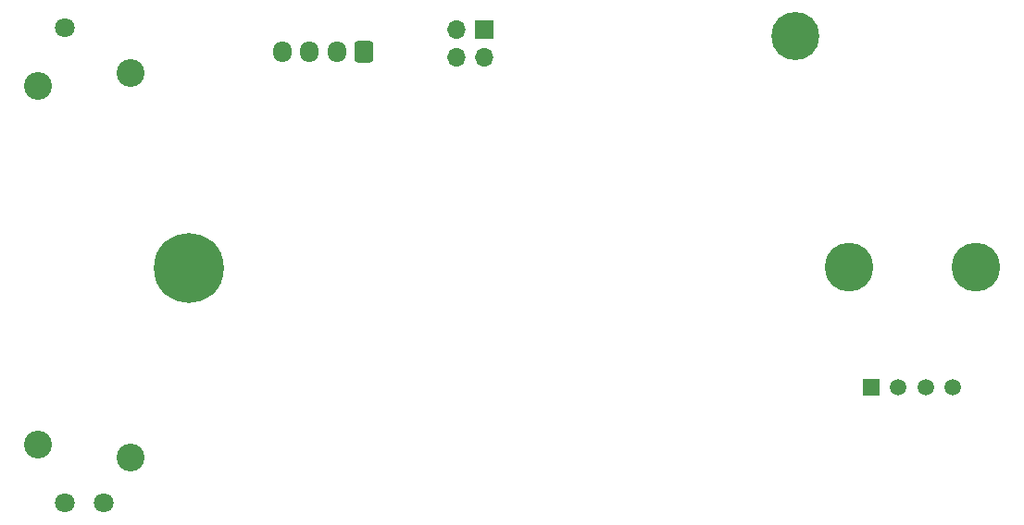
<source format=gbs>
G04 #@! TF.GenerationSoftware,KiCad,Pcbnew,(6.0.9)*
G04 #@! TF.CreationDate,2023-01-08T15:26:06-05:00*
G04 #@! TF.ProjectId,v1-USMX,76312d55-534d-4582-9e6b-696361645f70,rev?*
G04 #@! TF.SameCoordinates,Original*
G04 #@! TF.FileFunction,Soldermask,Bot*
G04 #@! TF.FilePolarity,Negative*
%FSLAX46Y46*%
G04 Gerber Fmt 4.6, Leading zero omitted, Abs format (unit mm)*
G04 Created by KiCad (PCBNEW (6.0.9)) date 2023-01-08 15:26:06*
%MOMM*%
%LPD*%
G01*
G04 APERTURE LIST*
G04 Aperture macros list*
%AMRoundRect*
0 Rectangle with rounded corners*
0 $1 Rounding radius*
0 $2 $3 $4 $5 $6 $7 $8 $9 X,Y pos of 4 corners*
0 Add a 4 corners polygon primitive as box body*
4,1,4,$2,$3,$4,$5,$6,$7,$8,$9,$2,$3,0*
0 Add four circle primitives for the rounded corners*
1,1,$1+$1,$2,$3*
1,1,$1+$1,$4,$5*
1,1,$1+$1,$6,$7*
1,1,$1+$1,$8,$9*
0 Add four rect primitives between the rounded corners*
20,1,$1+$1,$2,$3,$4,$5,0*
20,1,$1+$1,$4,$5,$6,$7,0*
20,1,$1+$1,$6,$7,$8,$9,0*
20,1,$1+$1,$8,$9,$2,$3,0*%
G04 Aperture macros list end*
%ADD10C,1.800000*%
%ADD11C,2.550000*%
%ADD12C,4.400000*%
%ADD13R,1.500000X1.500000*%
%ADD14C,1.500000*%
%ADD15C,4.455000*%
%ADD16R,1.700000X1.700000*%
%ADD17O,1.700000X1.700000*%
%ADD18RoundRect,0.250000X0.600000X0.725000X-0.600000X0.725000X-0.600000X-0.725000X0.600000X-0.725000X0*%
%ADD19O,1.700000X1.950000*%
%ADD20C,6.400000*%
G04 APERTURE END LIST*
D10*
X103406000Y-126123000D03*
X106906000Y-126123000D03*
X103406000Y-82623000D03*
D11*
X100956000Y-120773000D03*
X100956000Y-87973000D03*
X109356000Y-121973000D03*
X109356000Y-86773000D03*
D12*
X170180000Y-83413600D03*
D13*
X177098000Y-115563000D03*
D14*
X179598000Y-115563000D03*
X182098000Y-115563000D03*
X184598000Y-115563000D03*
D15*
X175048000Y-104563000D03*
X186648000Y-104563000D03*
D16*
X141732000Y-82804000D03*
D17*
X141732000Y-85344000D03*
X139192000Y-82804000D03*
X139192000Y-85344000D03*
D18*
X130750000Y-84853000D03*
D19*
X128250000Y-84853000D03*
X125750000Y-84853000D03*
X123250000Y-84853000D03*
D20*
X114724720Y-104648000D03*
M02*

</source>
